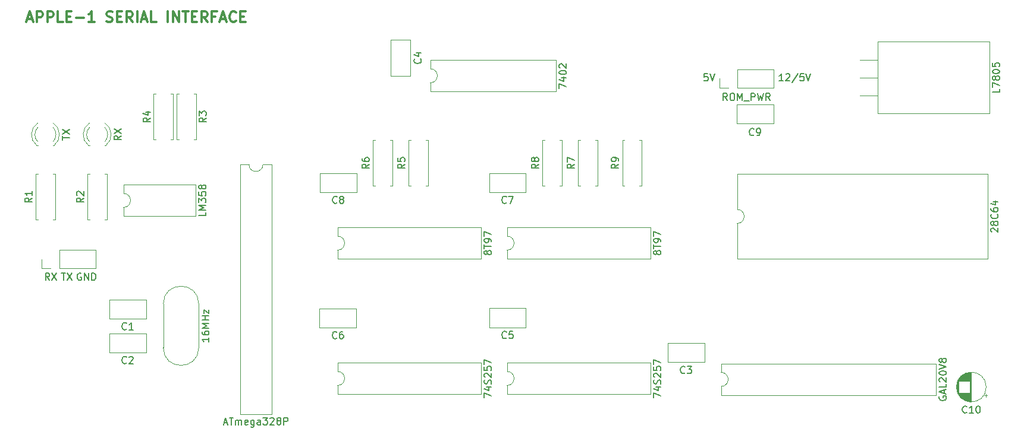
<source format=gto>
G04 #@! TF.GenerationSoftware,KiCad,Pcbnew,(5.1.5-0)*
G04 #@! TF.CreationDate,2021-03-10T11:48:28+01:00*
G04 #@! TF.ProjectId,Apple1Serial,4170706c-6531-4536-9572-69616c2e6b69,rev?*
G04 #@! TF.SameCoordinates,Original*
G04 #@! TF.FileFunction,Legend,Top*
G04 #@! TF.FilePolarity,Positive*
%FSLAX46Y46*%
G04 Gerber Fmt 4.6, Leading zero omitted, Abs format (unit mm)*
G04 Created by KiCad (PCBNEW (5.1.5-0)) date 2021-03-10 11:48:28*
%MOMM*%
%LPD*%
G04 APERTURE LIST*
%ADD10C,0.150000*%
%ADD11C,0.300000*%
%ADD12C,0.120000*%
G04 APERTURE END LIST*
D10*
X176942952Y-58110380D02*
X176371523Y-58110380D01*
X176657238Y-58110380D02*
X176657238Y-57110380D01*
X176562000Y-57253238D01*
X176466761Y-57348476D01*
X176371523Y-57396095D01*
X177323904Y-57205619D02*
X177371523Y-57158000D01*
X177466761Y-57110380D01*
X177704857Y-57110380D01*
X177800095Y-57158000D01*
X177847714Y-57205619D01*
X177895333Y-57300857D01*
X177895333Y-57396095D01*
X177847714Y-57538952D01*
X177276285Y-58110380D01*
X177895333Y-58110380D01*
X179038190Y-57062761D02*
X178181047Y-58348476D01*
X179847714Y-57110380D02*
X179371523Y-57110380D01*
X179323904Y-57586571D01*
X179371523Y-57538952D01*
X179466761Y-57491333D01*
X179704857Y-57491333D01*
X179800095Y-57538952D01*
X179847714Y-57586571D01*
X179895333Y-57681809D01*
X179895333Y-57919904D01*
X179847714Y-58015142D01*
X179800095Y-58062761D01*
X179704857Y-58110380D01*
X179466761Y-58110380D01*
X179371523Y-58062761D01*
X179323904Y-58015142D01*
X180181047Y-57110380D02*
X180514380Y-58110380D01*
X180847714Y-57110380D01*
X166179523Y-57110380D02*
X165703333Y-57110380D01*
X165655714Y-57586571D01*
X165703333Y-57538952D01*
X165798571Y-57491333D01*
X166036666Y-57491333D01*
X166131904Y-57538952D01*
X166179523Y-57586571D01*
X166227142Y-57681809D01*
X166227142Y-57919904D01*
X166179523Y-58015142D01*
X166131904Y-58062761D01*
X166036666Y-58110380D01*
X165798571Y-58110380D01*
X165703333Y-58062761D01*
X165655714Y-58015142D01*
X166512857Y-57110380D02*
X166846190Y-58110380D01*
X167179523Y-57110380D01*
X76962095Y-85606000D02*
X76866857Y-85558380D01*
X76724000Y-85558380D01*
X76581142Y-85606000D01*
X76485904Y-85701238D01*
X76438285Y-85796476D01*
X76390666Y-85986952D01*
X76390666Y-86129809D01*
X76438285Y-86320285D01*
X76485904Y-86415523D01*
X76581142Y-86510761D01*
X76724000Y-86558380D01*
X76819238Y-86558380D01*
X76962095Y-86510761D01*
X77009714Y-86463142D01*
X77009714Y-86129809D01*
X76819238Y-86129809D01*
X77438285Y-86558380D02*
X77438285Y-85558380D01*
X78009714Y-86558380D01*
X78009714Y-85558380D01*
X78485904Y-86558380D02*
X78485904Y-85558380D01*
X78724000Y-85558380D01*
X78866857Y-85606000D01*
X78962095Y-85701238D01*
X79009714Y-85796476D01*
X79057333Y-85986952D01*
X79057333Y-86129809D01*
X79009714Y-86320285D01*
X78962095Y-86415523D01*
X78866857Y-86510761D01*
X78724000Y-86558380D01*
X78485904Y-86558380D01*
X74168095Y-85558380D02*
X74739523Y-85558380D01*
X74453809Y-86558380D02*
X74453809Y-85558380D01*
X74977619Y-85558380D02*
X75644285Y-86558380D01*
X75644285Y-85558380D02*
X74977619Y-86558380D01*
X72477333Y-86558380D02*
X72144000Y-86082190D01*
X71905904Y-86558380D02*
X71905904Y-85558380D01*
X72286857Y-85558380D01*
X72382095Y-85606000D01*
X72429714Y-85653619D01*
X72477333Y-85748857D01*
X72477333Y-85891714D01*
X72429714Y-85986952D01*
X72382095Y-86034571D01*
X72286857Y-86082190D01*
X71905904Y-86082190D01*
X72810666Y-85558380D02*
X73477333Y-86558380D01*
X73477333Y-85558380D02*
X72810666Y-86558380D01*
D11*
X69300285Y-49304000D02*
X70014571Y-49304000D01*
X69157428Y-49732571D02*
X69657428Y-48232571D01*
X70157428Y-49732571D01*
X70657428Y-49732571D02*
X70657428Y-48232571D01*
X71228857Y-48232571D01*
X71371714Y-48304000D01*
X71443142Y-48375428D01*
X71514571Y-48518285D01*
X71514571Y-48732571D01*
X71443142Y-48875428D01*
X71371714Y-48946857D01*
X71228857Y-49018285D01*
X70657428Y-49018285D01*
X72157428Y-49732571D02*
X72157428Y-48232571D01*
X72728857Y-48232571D01*
X72871714Y-48304000D01*
X72943142Y-48375428D01*
X73014571Y-48518285D01*
X73014571Y-48732571D01*
X72943142Y-48875428D01*
X72871714Y-48946857D01*
X72728857Y-49018285D01*
X72157428Y-49018285D01*
X74371714Y-49732571D02*
X73657428Y-49732571D01*
X73657428Y-48232571D01*
X74871714Y-48946857D02*
X75371714Y-48946857D01*
X75586000Y-49732571D02*
X74871714Y-49732571D01*
X74871714Y-48232571D01*
X75586000Y-48232571D01*
X76228857Y-49161142D02*
X77371714Y-49161142D01*
X78871714Y-49732571D02*
X78014571Y-49732571D01*
X78443142Y-49732571D02*
X78443142Y-48232571D01*
X78300285Y-48446857D01*
X78157428Y-48589714D01*
X78014571Y-48661142D01*
X80586000Y-49661142D02*
X80800285Y-49732571D01*
X81157428Y-49732571D01*
X81300285Y-49661142D01*
X81371714Y-49589714D01*
X81443142Y-49446857D01*
X81443142Y-49304000D01*
X81371714Y-49161142D01*
X81300285Y-49089714D01*
X81157428Y-49018285D01*
X80871714Y-48946857D01*
X80728857Y-48875428D01*
X80657428Y-48804000D01*
X80586000Y-48661142D01*
X80586000Y-48518285D01*
X80657428Y-48375428D01*
X80728857Y-48304000D01*
X80871714Y-48232571D01*
X81228857Y-48232571D01*
X81443142Y-48304000D01*
X82086000Y-48946857D02*
X82586000Y-48946857D01*
X82800285Y-49732571D02*
X82086000Y-49732571D01*
X82086000Y-48232571D01*
X82800285Y-48232571D01*
X84300285Y-49732571D02*
X83800285Y-49018285D01*
X83443142Y-49732571D02*
X83443142Y-48232571D01*
X84014571Y-48232571D01*
X84157428Y-48304000D01*
X84228857Y-48375428D01*
X84300285Y-48518285D01*
X84300285Y-48732571D01*
X84228857Y-48875428D01*
X84157428Y-48946857D01*
X84014571Y-49018285D01*
X83443142Y-49018285D01*
X84943142Y-49732571D02*
X84943142Y-48232571D01*
X85586000Y-49304000D02*
X86300285Y-49304000D01*
X85443142Y-49732571D02*
X85943142Y-48232571D01*
X86443142Y-49732571D01*
X87657428Y-49732571D02*
X86943142Y-49732571D01*
X86943142Y-48232571D01*
X89300285Y-49732571D02*
X89300285Y-48232571D01*
X90014571Y-49732571D02*
X90014571Y-48232571D01*
X90871714Y-49732571D01*
X90871714Y-48232571D01*
X91371714Y-48232571D02*
X92228857Y-48232571D01*
X91800285Y-49732571D02*
X91800285Y-48232571D01*
X92728857Y-48946857D02*
X93228857Y-48946857D01*
X93443142Y-49732571D02*
X92728857Y-49732571D01*
X92728857Y-48232571D01*
X93443142Y-48232571D01*
X94943142Y-49732571D02*
X94443142Y-49018285D01*
X94086000Y-49732571D02*
X94086000Y-48232571D01*
X94657428Y-48232571D01*
X94800285Y-48304000D01*
X94871714Y-48375428D01*
X94943142Y-48518285D01*
X94943142Y-48732571D01*
X94871714Y-48875428D01*
X94800285Y-48946857D01*
X94657428Y-49018285D01*
X94086000Y-49018285D01*
X96086000Y-48946857D02*
X95586000Y-48946857D01*
X95586000Y-49732571D02*
X95586000Y-48232571D01*
X96300285Y-48232571D01*
X96800285Y-49304000D02*
X97514571Y-49304000D01*
X96657428Y-49732571D02*
X97157428Y-48232571D01*
X97657428Y-49732571D01*
X99014571Y-49589714D02*
X98943142Y-49661142D01*
X98728857Y-49732571D01*
X98586000Y-49732571D01*
X98371714Y-49661142D01*
X98228857Y-49518285D01*
X98157428Y-49375428D01*
X98086000Y-49089714D01*
X98086000Y-48875428D01*
X98157428Y-48589714D01*
X98228857Y-48446857D01*
X98371714Y-48304000D01*
X98586000Y-48232571D01*
X98728857Y-48232571D01*
X98943142Y-48304000D01*
X99014571Y-48375428D01*
X99657428Y-48946857D02*
X100157428Y-48946857D01*
X100371714Y-49732571D02*
X99657428Y-49732571D01*
X99657428Y-48232571D01*
X100371714Y-48232571D01*
D12*
X126686000Y-55154000D02*
X126686000Y-56404000D01*
X144586000Y-55154000D02*
X126686000Y-55154000D01*
X144586000Y-59654000D02*
X144586000Y-55154000D01*
X126686000Y-59654000D02*
X144586000Y-59654000D01*
X126686000Y-58404000D02*
X126686000Y-59654000D01*
X126686000Y-56404000D02*
G75*
G02X126686000Y-58404000I0J-1000000D01*
G01*
X82998000Y-72934000D02*
X82998000Y-74184000D01*
X93278000Y-72934000D02*
X82998000Y-72934000D01*
X93278000Y-77434000D02*
X93278000Y-72934000D01*
X82998000Y-77434000D02*
X93278000Y-77434000D01*
X82998000Y-76184000D02*
X82998000Y-77434000D01*
X82998000Y-74184000D02*
G75*
G02X82998000Y-76184000I0J-1000000D01*
G01*
X168088000Y-98461000D02*
X168088000Y-99711000D01*
X198688000Y-98461000D02*
X168088000Y-98461000D01*
X198688000Y-102961000D02*
X198688000Y-98461000D01*
X168088000Y-102961000D02*
X198688000Y-102961000D01*
X168088000Y-101711000D02*
X168088000Y-102961000D01*
X168088000Y-99711000D02*
G75*
G02X168088000Y-101711000I0J-1000000D01*
G01*
X104104000Y-70044000D02*
X102854000Y-70044000D01*
X104104000Y-105724000D02*
X104104000Y-70044000D01*
X99604000Y-105724000D02*
X104104000Y-105724000D01*
X99604000Y-70044000D02*
X99604000Y-105724000D01*
X100854000Y-70044000D02*
X99604000Y-70044000D01*
X102854000Y-70044000D02*
G75*
G02X100854000Y-70044000I-1000000J0D01*
G01*
X170374000Y-71410000D02*
X170374000Y-76470000D01*
X206054000Y-71410000D02*
X170374000Y-71410000D01*
X206054000Y-83530000D02*
X206054000Y-71410000D01*
X170374000Y-83530000D02*
X206054000Y-83530000D01*
X170374000Y-78470000D02*
X170374000Y-83530000D01*
X170374000Y-76470000D02*
G75*
G02X170374000Y-78470000I0J-1000000D01*
G01*
X113478000Y-79030000D02*
X113478000Y-80280000D01*
X133918000Y-79030000D02*
X113478000Y-79030000D01*
X133918000Y-83530000D02*
X133918000Y-79030000D01*
X113478000Y-83530000D02*
X133918000Y-83530000D01*
X113478000Y-82280000D02*
X113478000Y-83530000D01*
X113478000Y-80280000D02*
G75*
G02X113478000Y-82280000I0J-1000000D01*
G01*
X137608000Y-79030000D02*
X137608000Y-80280000D01*
X158048000Y-79030000D02*
X137608000Y-79030000D01*
X158048000Y-83530000D02*
X158048000Y-79030000D01*
X137608000Y-83530000D02*
X158048000Y-83530000D01*
X137608000Y-82280000D02*
X137608000Y-83530000D01*
X137608000Y-80280000D02*
G75*
G02X137608000Y-82280000I0J-1000000D01*
G01*
X113478000Y-98334000D02*
X113478000Y-99584000D01*
X133918000Y-98334000D02*
X113478000Y-98334000D01*
X133918000Y-102834000D02*
X133918000Y-98334000D01*
X113478000Y-102834000D02*
X133918000Y-102834000D01*
X113478000Y-101584000D02*
X113478000Y-102834000D01*
X113478000Y-99584000D02*
G75*
G02X113478000Y-101584000I0J-1000000D01*
G01*
X137608000Y-98334000D02*
X137608000Y-99584000D01*
X158048000Y-98334000D02*
X137608000Y-98334000D01*
X158048000Y-102834000D02*
X158048000Y-98334000D01*
X137608000Y-102834000D02*
X158048000Y-102834000D01*
X137608000Y-101584000D02*
X137608000Y-102834000D01*
X137608000Y-99584000D02*
G75*
G02X137608000Y-101584000I0J-1000000D01*
G01*
X135060380Y-93284980D02*
X135060380Y-90544980D01*
X140300380Y-93284980D02*
X140300380Y-90544980D01*
X140300380Y-90544980D02*
X135060380Y-90544980D01*
X140300380Y-93284980D02*
X135060380Y-93284980D01*
X156767200Y-66569840D02*
X156437200Y-66569840D01*
X156767200Y-73109840D02*
X156767200Y-66569840D01*
X156437200Y-73109840D02*
X156767200Y-73109840D01*
X154027200Y-66569840D02*
X154357200Y-66569840D01*
X154027200Y-73109840D02*
X154027200Y-66569840D01*
X154357200Y-73109840D02*
X154027200Y-73109840D01*
X205773481Y-103198200D02*
X205773481Y-102798200D01*
X205973481Y-102998200D02*
X205573481Y-102998200D01*
X201622680Y-102173200D02*
X201622680Y-101433200D01*
X201662680Y-102340200D02*
X201662680Y-101266200D01*
X201702680Y-102467200D02*
X201702680Y-101139200D01*
X201742680Y-102571200D02*
X201742680Y-101035200D01*
X201782680Y-102662200D02*
X201782680Y-100944200D01*
X201822680Y-102743200D02*
X201822680Y-100863200D01*
X201862680Y-102816200D02*
X201862680Y-100790200D01*
X201902680Y-100963200D02*
X201902680Y-100723200D01*
X201902680Y-102883200D02*
X201902680Y-102643200D01*
X201942680Y-100963200D02*
X201942680Y-100661200D01*
X201942680Y-102945200D02*
X201942680Y-102643200D01*
X201982680Y-100963200D02*
X201982680Y-100603200D01*
X201982680Y-103003200D02*
X201982680Y-102643200D01*
X202022680Y-100963200D02*
X202022680Y-100549200D01*
X202022680Y-103057200D02*
X202022680Y-102643200D01*
X202062680Y-100963200D02*
X202062680Y-100499200D01*
X202062680Y-103107200D02*
X202062680Y-102643200D01*
X202102680Y-100963200D02*
X202102680Y-100452200D01*
X202102680Y-103154200D02*
X202102680Y-102643200D01*
X202142680Y-100963200D02*
X202142680Y-100407200D01*
X202142680Y-103199200D02*
X202142680Y-102643200D01*
X202182680Y-100963200D02*
X202182680Y-100365200D01*
X202182680Y-103241200D02*
X202182680Y-102643200D01*
X202222680Y-100963200D02*
X202222680Y-100325200D01*
X202222680Y-103281200D02*
X202222680Y-102643200D01*
X202262680Y-100963200D02*
X202262680Y-100287200D01*
X202262680Y-103319200D02*
X202262680Y-102643200D01*
X202302680Y-100963200D02*
X202302680Y-100251200D01*
X202302680Y-103355200D02*
X202302680Y-102643200D01*
X202342680Y-100963200D02*
X202342680Y-100216200D01*
X202342680Y-103390200D02*
X202342680Y-102643200D01*
X202382680Y-100963200D02*
X202382680Y-100184200D01*
X202382680Y-103422200D02*
X202382680Y-102643200D01*
X202422680Y-100963200D02*
X202422680Y-100153200D01*
X202422680Y-103453200D02*
X202422680Y-102643200D01*
X202462680Y-100963200D02*
X202462680Y-100123200D01*
X202462680Y-103483200D02*
X202462680Y-102643200D01*
X202502680Y-100963200D02*
X202502680Y-100095200D01*
X202502680Y-103511200D02*
X202502680Y-102643200D01*
X202542680Y-100963200D02*
X202542680Y-100068200D01*
X202542680Y-103538200D02*
X202542680Y-102643200D01*
X202582680Y-100963200D02*
X202582680Y-100043200D01*
X202582680Y-103563200D02*
X202582680Y-102643200D01*
X202622680Y-100963200D02*
X202622680Y-100018200D01*
X202622680Y-103588200D02*
X202622680Y-102643200D01*
X202662680Y-100963200D02*
X202662680Y-99995200D01*
X202662680Y-103611200D02*
X202662680Y-102643200D01*
X202702680Y-100963200D02*
X202702680Y-99973200D01*
X202702680Y-103633200D02*
X202702680Y-102643200D01*
X202742680Y-100963200D02*
X202742680Y-99952200D01*
X202742680Y-103654200D02*
X202742680Y-102643200D01*
X202782680Y-100963200D02*
X202782680Y-99933200D01*
X202782680Y-103673200D02*
X202782680Y-102643200D01*
X202822680Y-100963200D02*
X202822680Y-99914200D01*
X202822680Y-103692200D02*
X202822680Y-102643200D01*
X202862680Y-100963200D02*
X202862680Y-99896200D01*
X202862680Y-103710200D02*
X202862680Y-102643200D01*
X202902680Y-100963200D02*
X202902680Y-99879200D01*
X202902680Y-103727200D02*
X202902680Y-102643200D01*
X202942680Y-100963200D02*
X202942680Y-99863200D01*
X202942680Y-103743200D02*
X202942680Y-102643200D01*
X202982680Y-100963200D02*
X202982680Y-99849200D01*
X202982680Y-103757200D02*
X202982680Y-102643200D01*
X203023680Y-100963200D02*
X203023680Y-99835200D01*
X203023680Y-103771200D02*
X203023680Y-102643200D01*
X203063680Y-100963200D02*
X203063680Y-99821200D01*
X203063680Y-103785200D02*
X203063680Y-102643200D01*
X203103680Y-100963200D02*
X203103680Y-99809200D01*
X203103680Y-103797200D02*
X203103680Y-102643200D01*
X203143680Y-100963200D02*
X203143680Y-99798200D01*
X203143680Y-103808200D02*
X203143680Y-102643200D01*
X203183680Y-100963200D02*
X203183680Y-99787200D01*
X203183680Y-103819200D02*
X203183680Y-102643200D01*
X203223680Y-100963200D02*
X203223680Y-99778200D01*
X203223680Y-103828200D02*
X203223680Y-102643200D01*
X203263680Y-100963200D02*
X203263680Y-99769200D01*
X203263680Y-103837200D02*
X203263680Y-102643200D01*
X203303680Y-100963200D02*
X203303680Y-99761200D01*
X203303680Y-103845200D02*
X203303680Y-102643200D01*
X203343680Y-100963200D02*
X203343680Y-99753200D01*
X203343680Y-103853200D02*
X203343680Y-102643200D01*
X203383680Y-100963200D02*
X203383680Y-99747200D01*
X203383680Y-103859200D02*
X203383680Y-102643200D01*
X203423680Y-100963200D02*
X203423680Y-99741200D01*
X203423680Y-103865200D02*
X203423680Y-102643200D01*
X203463680Y-100963200D02*
X203463680Y-99736200D01*
X203463680Y-103870200D02*
X203463680Y-102643200D01*
X203503680Y-100963200D02*
X203503680Y-99732200D01*
X203503680Y-103874200D02*
X203503680Y-102643200D01*
X203543680Y-103877200D02*
X203543680Y-99729200D01*
X203583680Y-103880200D02*
X203583680Y-99726200D01*
X203623680Y-103882200D02*
X203623680Y-99724200D01*
X203663680Y-103883200D02*
X203663680Y-99723200D01*
X203703680Y-103883200D02*
X203703680Y-99723200D01*
X205823680Y-101803200D02*
G75*
G03X205823680Y-101803200I-2120000J0D01*
G01*
X175579080Y-61500080D02*
X175579080Y-64240080D01*
X170339080Y-61500080D02*
X170339080Y-64240080D01*
X170339080Y-64240080D02*
X175579080Y-64240080D01*
X170339080Y-61500080D02*
X175579080Y-61500080D01*
X80966000Y-96874000D02*
X80966000Y-94134000D01*
X86206000Y-96874000D02*
X86206000Y-94134000D01*
X86206000Y-94134000D02*
X80966000Y-94134000D01*
X86206000Y-96874000D02*
X80966000Y-96874000D01*
X80966000Y-92048000D02*
X80966000Y-89308000D01*
X86206000Y-92048000D02*
X86206000Y-89308000D01*
X86206000Y-89308000D02*
X80966000Y-89308000D01*
X86206000Y-92048000D02*
X80966000Y-92048000D01*
X160468000Y-98271000D02*
X160468000Y-95531000D01*
X165708000Y-98271000D02*
X165708000Y-95531000D01*
X165708000Y-95531000D02*
X160468000Y-95531000D01*
X165708000Y-98271000D02*
X160468000Y-98271000D01*
X123798000Y-57464000D02*
X121058000Y-57464000D01*
X123798000Y-52224000D02*
X121058000Y-52224000D01*
X121058000Y-52224000D02*
X121058000Y-57464000D01*
X123798000Y-52224000D02*
X123798000Y-57464000D01*
X110910060Y-93315460D02*
X110910060Y-90575460D01*
X116150060Y-93315460D02*
X116150060Y-90575460D01*
X116150060Y-90575460D02*
X110910060Y-90575460D01*
X116150060Y-93315460D02*
X110910060Y-93315460D01*
X135057840Y-74011460D02*
X135057840Y-71271460D01*
X140297840Y-74011460D02*
X140297840Y-71271460D01*
X140297840Y-71271460D02*
X135057840Y-71271460D01*
X140297840Y-74011460D02*
X135057840Y-74011460D01*
X110943080Y-74014000D02*
X110943080Y-71274000D01*
X116183080Y-74014000D02*
X116183080Y-71274000D01*
X116183080Y-71274000D02*
X110943080Y-71274000D01*
X116183080Y-74014000D02*
X110943080Y-74014000D01*
X190380000Y-60198000D02*
X187840000Y-60198000D01*
X190380000Y-57658000D02*
X187840000Y-57658000D01*
X190380000Y-55118000D02*
X187840000Y-55118000D01*
X206270000Y-62778000D02*
X190380000Y-62778000D01*
X206270000Y-52538000D02*
X190380000Y-52538000D01*
X206270000Y-52538000D02*
X206270000Y-62778000D01*
X190380000Y-52538000D02*
X190380000Y-62778000D01*
X73252000Y-71406000D02*
X72922000Y-71406000D01*
X73252000Y-77946000D02*
X73252000Y-71406000D01*
X72922000Y-77946000D02*
X73252000Y-77946000D01*
X70512000Y-71406000D02*
X70842000Y-71406000D01*
X70512000Y-77946000D02*
X70512000Y-71406000D01*
X70842000Y-77946000D02*
X70512000Y-77946000D01*
X80618000Y-71406000D02*
X80288000Y-71406000D01*
X80618000Y-77946000D02*
X80618000Y-71406000D01*
X80288000Y-77946000D02*
X80618000Y-77946000D01*
X77878000Y-71406000D02*
X78208000Y-71406000D01*
X77878000Y-77946000D02*
X77878000Y-71406000D01*
X78208000Y-77946000D02*
X77878000Y-77946000D01*
X90578000Y-66516000D02*
X90908000Y-66516000D01*
X90578000Y-59976000D02*
X90578000Y-66516000D01*
X90908000Y-59976000D02*
X90578000Y-59976000D01*
X93318000Y-66516000D02*
X92988000Y-66516000D01*
X93318000Y-59976000D02*
X93318000Y-66516000D01*
X92988000Y-59976000D02*
X93318000Y-59976000D01*
X87276000Y-66516000D02*
X87606000Y-66516000D01*
X87276000Y-59976000D02*
X87276000Y-66516000D01*
X87606000Y-59976000D02*
X87276000Y-59976000D01*
X90016000Y-66516000D02*
X89686000Y-66516000D01*
X90016000Y-59976000D02*
X90016000Y-66516000D01*
X89686000Y-59976000D02*
X90016000Y-59976000D01*
X126338000Y-66580000D02*
X126008000Y-66580000D01*
X126338000Y-73120000D02*
X126338000Y-66580000D01*
X126008000Y-73120000D02*
X126338000Y-73120000D01*
X123598000Y-66580000D02*
X123928000Y-66580000D01*
X123598000Y-73120000D02*
X123598000Y-66580000D01*
X123928000Y-73120000D02*
X123598000Y-73120000D01*
X121258000Y-66580000D02*
X120928000Y-66580000D01*
X121258000Y-73120000D02*
X121258000Y-66580000D01*
X120928000Y-73120000D02*
X121258000Y-73120000D01*
X118518000Y-66580000D02*
X118848000Y-66580000D01*
X118518000Y-73120000D02*
X118518000Y-66580000D01*
X118848000Y-73120000D02*
X118518000Y-73120000D01*
X150468000Y-66580000D02*
X150138000Y-66580000D01*
X150468000Y-73120000D02*
X150468000Y-66580000D01*
X150138000Y-73120000D02*
X150468000Y-73120000D01*
X147728000Y-66580000D02*
X148058000Y-66580000D01*
X147728000Y-73120000D02*
X147728000Y-66580000D01*
X148058000Y-73120000D02*
X147728000Y-73120000D01*
X145388000Y-66580000D02*
X145058000Y-66580000D01*
X145388000Y-73120000D02*
X145388000Y-66580000D01*
X145058000Y-73120000D02*
X145388000Y-73120000D01*
X142648000Y-66580000D02*
X142978000Y-66580000D01*
X142648000Y-73120000D02*
X142648000Y-66580000D01*
X142978000Y-73120000D02*
X142648000Y-73120000D01*
X167834000Y-59115000D02*
X167834000Y-57785000D01*
X169164000Y-59115000D02*
X167834000Y-59115000D01*
X170434000Y-59115000D02*
X170434000Y-56455000D01*
X170434000Y-56455000D02*
X175574000Y-56455000D01*
X170434000Y-59115000D02*
X175574000Y-59115000D01*
X175574000Y-59115000D02*
X175574000Y-56455000D01*
X72962000Y-67346000D02*
X73118000Y-67346000D01*
X70646000Y-67346000D02*
X70802000Y-67346000D01*
X72961837Y-64744870D02*
G75*
G02X72962000Y-66826961I-1079837J-1041130D01*
G01*
X70802163Y-64744870D02*
G75*
G03X70802000Y-66826961I1079837J-1041130D01*
G01*
X72960608Y-64113665D02*
G75*
G02X73117516Y-67346000I-1078608J-1672335D01*
G01*
X70803392Y-64113665D02*
G75*
G03X70646484Y-67346000I1078608J-1672335D01*
G01*
X71314000Y-84896000D02*
X71314000Y-83566000D01*
X72644000Y-84896000D02*
X71314000Y-84896000D01*
X73914000Y-84896000D02*
X73914000Y-82236000D01*
X73914000Y-82236000D02*
X79054000Y-82236000D01*
X73914000Y-84896000D02*
X79054000Y-84896000D01*
X79054000Y-84896000D02*
X79054000Y-82236000D01*
X80328000Y-67346000D02*
X80484000Y-67346000D01*
X78012000Y-67346000D02*
X78168000Y-67346000D01*
X80327837Y-64744870D02*
G75*
G02X80328000Y-66826961I-1079837J-1041130D01*
G01*
X78168163Y-64744870D02*
G75*
G03X78168000Y-66826961I1079837J-1041130D01*
G01*
X80326608Y-64113665D02*
G75*
G02X80483516Y-67346000I-1078608J-1672335D01*
G01*
X78169392Y-64113665D02*
G75*
G03X78012484Y-67346000I1078608J-1672335D01*
G01*
X93711000Y-89939000D02*
G75*
G03X88661000Y-89939000I-2525000J0D01*
G01*
X93711000Y-96189000D02*
G75*
G02X88661000Y-96189000I-2525000J0D01*
G01*
X93711000Y-96189000D02*
X93711000Y-89939000D01*
X88661000Y-96189000D02*
X88661000Y-89939000D01*
D10*
X145038380Y-59165904D02*
X145038380Y-58499238D01*
X146038380Y-58927809D01*
X145371714Y-57689714D02*
X146038380Y-57689714D01*
X144990761Y-57927809D02*
X145705047Y-58165904D01*
X145705047Y-57546857D01*
X145038380Y-56975428D02*
X145038380Y-56880190D01*
X145086000Y-56784952D01*
X145133619Y-56737333D01*
X145228857Y-56689714D01*
X145419333Y-56642095D01*
X145657428Y-56642095D01*
X145847904Y-56689714D01*
X145943142Y-56737333D01*
X145990761Y-56784952D01*
X146038380Y-56880190D01*
X146038380Y-56975428D01*
X145990761Y-57070666D01*
X145943142Y-57118285D01*
X145847904Y-57165904D01*
X145657428Y-57213523D01*
X145419333Y-57213523D01*
X145228857Y-57165904D01*
X145133619Y-57118285D01*
X145086000Y-57070666D01*
X145038380Y-56975428D01*
X145133619Y-56261142D02*
X145086000Y-56213523D01*
X145038380Y-56118285D01*
X145038380Y-55880190D01*
X145086000Y-55784952D01*
X145133619Y-55737333D01*
X145228857Y-55689714D01*
X145324095Y-55689714D01*
X145466952Y-55737333D01*
X146038380Y-56308761D01*
X146038380Y-55689714D01*
X94730380Y-76874476D02*
X94730380Y-77350666D01*
X93730380Y-77350666D01*
X94730380Y-76541142D02*
X93730380Y-76541142D01*
X94444666Y-76207809D01*
X93730380Y-75874476D01*
X94730380Y-75874476D01*
X93730380Y-75493523D02*
X93730380Y-74874476D01*
X94111333Y-75207809D01*
X94111333Y-75064952D01*
X94158952Y-74969714D01*
X94206571Y-74922095D01*
X94301809Y-74874476D01*
X94539904Y-74874476D01*
X94635142Y-74922095D01*
X94682761Y-74969714D01*
X94730380Y-75064952D01*
X94730380Y-75350666D01*
X94682761Y-75445904D01*
X94635142Y-75493523D01*
X93730380Y-73969714D02*
X93730380Y-74445904D01*
X94206571Y-74493523D01*
X94158952Y-74445904D01*
X94111333Y-74350666D01*
X94111333Y-74112571D01*
X94158952Y-74017333D01*
X94206571Y-73969714D01*
X94301809Y-73922095D01*
X94539904Y-73922095D01*
X94635142Y-73969714D01*
X94682761Y-74017333D01*
X94730380Y-74112571D01*
X94730380Y-74350666D01*
X94682761Y-74445904D01*
X94635142Y-74493523D01*
X94158952Y-73350666D02*
X94111333Y-73445904D01*
X94063714Y-73493523D01*
X93968476Y-73541142D01*
X93920857Y-73541142D01*
X93825619Y-73493523D01*
X93778000Y-73445904D01*
X93730380Y-73350666D01*
X93730380Y-73160190D01*
X93778000Y-73064952D01*
X93825619Y-73017333D01*
X93920857Y-72969714D01*
X93968476Y-72969714D01*
X94063714Y-73017333D01*
X94111333Y-73064952D01*
X94158952Y-73160190D01*
X94158952Y-73350666D01*
X94206571Y-73445904D01*
X94254190Y-73493523D01*
X94349428Y-73541142D01*
X94539904Y-73541142D01*
X94635142Y-73493523D01*
X94682761Y-73445904D01*
X94730380Y-73350666D01*
X94730380Y-73160190D01*
X94682761Y-73064952D01*
X94635142Y-73017333D01*
X94539904Y-72969714D01*
X94349428Y-72969714D01*
X94254190Y-73017333D01*
X94206571Y-73064952D01*
X94158952Y-73160190D01*
X199188000Y-103139571D02*
X199140380Y-103234809D01*
X199140380Y-103377666D01*
X199188000Y-103520523D01*
X199283238Y-103615761D01*
X199378476Y-103663380D01*
X199568952Y-103711000D01*
X199711809Y-103711000D01*
X199902285Y-103663380D01*
X199997523Y-103615761D01*
X200092761Y-103520523D01*
X200140380Y-103377666D01*
X200140380Y-103282428D01*
X200092761Y-103139571D01*
X200045142Y-103091952D01*
X199711809Y-103091952D01*
X199711809Y-103282428D01*
X199854666Y-102711000D02*
X199854666Y-102234809D01*
X200140380Y-102806238D02*
X199140380Y-102472904D01*
X200140380Y-102139571D01*
X200140380Y-101330047D02*
X200140380Y-101806238D01*
X199140380Y-101806238D01*
X199235619Y-101044333D02*
X199188000Y-100996714D01*
X199140380Y-100901476D01*
X199140380Y-100663380D01*
X199188000Y-100568142D01*
X199235619Y-100520523D01*
X199330857Y-100472904D01*
X199426095Y-100472904D01*
X199568952Y-100520523D01*
X200140380Y-101091952D01*
X200140380Y-100472904D01*
X199140380Y-99853857D02*
X199140380Y-99758619D01*
X199188000Y-99663380D01*
X199235619Y-99615761D01*
X199330857Y-99568142D01*
X199521333Y-99520523D01*
X199759428Y-99520523D01*
X199949904Y-99568142D01*
X200045142Y-99615761D01*
X200092761Y-99663380D01*
X200140380Y-99758619D01*
X200140380Y-99853857D01*
X200092761Y-99949095D01*
X200045142Y-99996714D01*
X199949904Y-100044333D01*
X199759428Y-100091952D01*
X199521333Y-100091952D01*
X199330857Y-100044333D01*
X199235619Y-99996714D01*
X199188000Y-99949095D01*
X199140380Y-99853857D01*
X199140380Y-99234809D02*
X200140380Y-98901476D01*
X199140380Y-98568142D01*
X199568952Y-98091952D02*
X199521333Y-98187190D01*
X199473714Y-98234809D01*
X199378476Y-98282428D01*
X199330857Y-98282428D01*
X199235619Y-98234809D01*
X199188000Y-98187190D01*
X199140380Y-98091952D01*
X199140380Y-97901476D01*
X199188000Y-97806238D01*
X199235619Y-97758619D01*
X199330857Y-97711000D01*
X199378476Y-97711000D01*
X199473714Y-97758619D01*
X199521333Y-97806238D01*
X199568952Y-97901476D01*
X199568952Y-98091952D01*
X199616571Y-98187190D01*
X199664190Y-98234809D01*
X199759428Y-98282428D01*
X199949904Y-98282428D01*
X200045142Y-98234809D01*
X200092761Y-98187190D01*
X200140380Y-98091952D01*
X200140380Y-97901476D01*
X200092761Y-97806238D01*
X200045142Y-97758619D01*
X199949904Y-97711000D01*
X199759428Y-97711000D01*
X199664190Y-97758619D01*
X199616571Y-97806238D01*
X199568952Y-97901476D01*
X97306380Y-106890666D02*
X97782571Y-106890666D01*
X97211142Y-107176380D02*
X97544476Y-106176380D01*
X97877809Y-107176380D01*
X98068285Y-106176380D02*
X98639714Y-106176380D01*
X98354000Y-107176380D02*
X98354000Y-106176380D01*
X98973047Y-107176380D02*
X98973047Y-106509714D01*
X98973047Y-106604952D02*
X99020666Y-106557333D01*
X99115904Y-106509714D01*
X99258761Y-106509714D01*
X99354000Y-106557333D01*
X99401619Y-106652571D01*
X99401619Y-107176380D01*
X99401619Y-106652571D02*
X99449238Y-106557333D01*
X99544476Y-106509714D01*
X99687333Y-106509714D01*
X99782571Y-106557333D01*
X99830190Y-106652571D01*
X99830190Y-107176380D01*
X100687333Y-107128761D02*
X100592095Y-107176380D01*
X100401619Y-107176380D01*
X100306380Y-107128761D01*
X100258761Y-107033523D01*
X100258761Y-106652571D01*
X100306380Y-106557333D01*
X100401619Y-106509714D01*
X100592095Y-106509714D01*
X100687333Y-106557333D01*
X100734952Y-106652571D01*
X100734952Y-106747809D01*
X100258761Y-106843047D01*
X101592095Y-106509714D02*
X101592095Y-107319238D01*
X101544476Y-107414476D01*
X101496857Y-107462095D01*
X101401619Y-107509714D01*
X101258761Y-107509714D01*
X101163523Y-107462095D01*
X101592095Y-107128761D02*
X101496857Y-107176380D01*
X101306380Y-107176380D01*
X101211142Y-107128761D01*
X101163523Y-107081142D01*
X101115904Y-106985904D01*
X101115904Y-106700190D01*
X101163523Y-106604952D01*
X101211142Y-106557333D01*
X101306380Y-106509714D01*
X101496857Y-106509714D01*
X101592095Y-106557333D01*
X102496857Y-107176380D02*
X102496857Y-106652571D01*
X102449238Y-106557333D01*
X102354000Y-106509714D01*
X102163523Y-106509714D01*
X102068285Y-106557333D01*
X102496857Y-107128761D02*
X102401619Y-107176380D01*
X102163523Y-107176380D01*
X102068285Y-107128761D01*
X102020666Y-107033523D01*
X102020666Y-106938285D01*
X102068285Y-106843047D01*
X102163523Y-106795428D01*
X102401619Y-106795428D01*
X102496857Y-106747809D01*
X102877809Y-106176380D02*
X103496857Y-106176380D01*
X103163523Y-106557333D01*
X103306380Y-106557333D01*
X103401619Y-106604952D01*
X103449238Y-106652571D01*
X103496857Y-106747809D01*
X103496857Y-106985904D01*
X103449238Y-107081142D01*
X103401619Y-107128761D01*
X103306380Y-107176380D01*
X103020666Y-107176380D01*
X102925428Y-107128761D01*
X102877809Y-107081142D01*
X103877809Y-106271619D02*
X103925428Y-106224000D01*
X104020666Y-106176380D01*
X104258761Y-106176380D01*
X104354000Y-106224000D01*
X104401619Y-106271619D01*
X104449238Y-106366857D01*
X104449238Y-106462095D01*
X104401619Y-106604952D01*
X103830190Y-107176380D01*
X104449238Y-107176380D01*
X105020666Y-106604952D02*
X104925428Y-106557333D01*
X104877809Y-106509714D01*
X104830190Y-106414476D01*
X104830190Y-106366857D01*
X104877809Y-106271619D01*
X104925428Y-106224000D01*
X105020666Y-106176380D01*
X105211142Y-106176380D01*
X105306380Y-106224000D01*
X105354000Y-106271619D01*
X105401619Y-106366857D01*
X105401619Y-106414476D01*
X105354000Y-106509714D01*
X105306380Y-106557333D01*
X105211142Y-106604952D01*
X105020666Y-106604952D01*
X104925428Y-106652571D01*
X104877809Y-106700190D01*
X104830190Y-106795428D01*
X104830190Y-106985904D01*
X104877809Y-107081142D01*
X104925428Y-107128761D01*
X105020666Y-107176380D01*
X105211142Y-107176380D01*
X105306380Y-107128761D01*
X105354000Y-107081142D01*
X105401619Y-106985904D01*
X105401619Y-106795428D01*
X105354000Y-106700190D01*
X105306380Y-106652571D01*
X105211142Y-106604952D01*
X105830190Y-107176380D02*
X105830190Y-106176380D01*
X106211142Y-106176380D01*
X106306380Y-106224000D01*
X106354000Y-106271619D01*
X106401619Y-106366857D01*
X106401619Y-106509714D01*
X106354000Y-106604952D01*
X106306380Y-106652571D01*
X106211142Y-106700190D01*
X105830190Y-106700190D01*
X206601619Y-79684285D02*
X206554000Y-79636666D01*
X206506380Y-79541428D01*
X206506380Y-79303333D01*
X206554000Y-79208095D01*
X206601619Y-79160476D01*
X206696857Y-79112857D01*
X206792095Y-79112857D01*
X206934952Y-79160476D01*
X207506380Y-79731904D01*
X207506380Y-79112857D01*
X206934952Y-78541428D02*
X206887333Y-78636666D01*
X206839714Y-78684285D01*
X206744476Y-78731904D01*
X206696857Y-78731904D01*
X206601619Y-78684285D01*
X206554000Y-78636666D01*
X206506380Y-78541428D01*
X206506380Y-78350952D01*
X206554000Y-78255714D01*
X206601619Y-78208095D01*
X206696857Y-78160476D01*
X206744476Y-78160476D01*
X206839714Y-78208095D01*
X206887333Y-78255714D01*
X206934952Y-78350952D01*
X206934952Y-78541428D01*
X206982571Y-78636666D01*
X207030190Y-78684285D01*
X207125428Y-78731904D01*
X207315904Y-78731904D01*
X207411142Y-78684285D01*
X207458761Y-78636666D01*
X207506380Y-78541428D01*
X207506380Y-78350952D01*
X207458761Y-78255714D01*
X207411142Y-78208095D01*
X207315904Y-78160476D01*
X207125428Y-78160476D01*
X207030190Y-78208095D01*
X206982571Y-78255714D01*
X206934952Y-78350952D01*
X207411142Y-77160476D02*
X207458761Y-77208095D01*
X207506380Y-77350952D01*
X207506380Y-77446190D01*
X207458761Y-77589047D01*
X207363523Y-77684285D01*
X207268285Y-77731904D01*
X207077809Y-77779523D01*
X206934952Y-77779523D01*
X206744476Y-77731904D01*
X206649238Y-77684285D01*
X206554000Y-77589047D01*
X206506380Y-77446190D01*
X206506380Y-77350952D01*
X206554000Y-77208095D01*
X206601619Y-77160476D01*
X206506380Y-76303333D02*
X206506380Y-76493809D01*
X206554000Y-76589047D01*
X206601619Y-76636666D01*
X206744476Y-76731904D01*
X206934952Y-76779523D01*
X207315904Y-76779523D01*
X207411142Y-76731904D01*
X207458761Y-76684285D01*
X207506380Y-76589047D01*
X207506380Y-76398571D01*
X207458761Y-76303333D01*
X207411142Y-76255714D01*
X207315904Y-76208095D01*
X207077809Y-76208095D01*
X206982571Y-76255714D01*
X206934952Y-76303333D01*
X206887333Y-76398571D01*
X206887333Y-76589047D01*
X206934952Y-76684285D01*
X206982571Y-76731904D01*
X207077809Y-76779523D01*
X206839714Y-75350952D02*
X207506380Y-75350952D01*
X206458761Y-75589047D02*
X207173047Y-75827142D01*
X207173047Y-75208095D01*
X134798952Y-82708571D02*
X134751333Y-82803809D01*
X134703714Y-82851428D01*
X134608476Y-82899047D01*
X134560857Y-82899047D01*
X134465619Y-82851428D01*
X134418000Y-82803809D01*
X134370380Y-82708571D01*
X134370380Y-82518095D01*
X134418000Y-82422857D01*
X134465619Y-82375238D01*
X134560857Y-82327619D01*
X134608476Y-82327619D01*
X134703714Y-82375238D01*
X134751333Y-82422857D01*
X134798952Y-82518095D01*
X134798952Y-82708571D01*
X134846571Y-82803809D01*
X134894190Y-82851428D01*
X134989428Y-82899047D01*
X135179904Y-82899047D01*
X135275142Y-82851428D01*
X135322761Y-82803809D01*
X135370380Y-82708571D01*
X135370380Y-82518095D01*
X135322761Y-82422857D01*
X135275142Y-82375238D01*
X135179904Y-82327619D01*
X134989428Y-82327619D01*
X134894190Y-82375238D01*
X134846571Y-82422857D01*
X134798952Y-82518095D01*
X134370380Y-82041904D02*
X134370380Y-81470476D01*
X135370380Y-81756190D02*
X134370380Y-81756190D01*
X135370380Y-81089523D02*
X135370380Y-80899047D01*
X135322761Y-80803809D01*
X135275142Y-80756190D01*
X135132285Y-80660952D01*
X134941809Y-80613333D01*
X134560857Y-80613333D01*
X134465619Y-80660952D01*
X134418000Y-80708571D01*
X134370380Y-80803809D01*
X134370380Y-80994285D01*
X134418000Y-81089523D01*
X134465619Y-81137142D01*
X134560857Y-81184761D01*
X134798952Y-81184761D01*
X134894190Y-81137142D01*
X134941809Y-81089523D01*
X134989428Y-80994285D01*
X134989428Y-80803809D01*
X134941809Y-80708571D01*
X134894190Y-80660952D01*
X134798952Y-80613333D01*
X134370380Y-80280000D02*
X134370380Y-79613333D01*
X135370380Y-80041904D01*
X158928952Y-82708571D02*
X158881333Y-82803809D01*
X158833714Y-82851428D01*
X158738476Y-82899047D01*
X158690857Y-82899047D01*
X158595619Y-82851428D01*
X158548000Y-82803809D01*
X158500380Y-82708571D01*
X158500380Y-82518095D01*
X158548000Y-82422857D01*
X158595619Y-82375238D01*
X158690857Y-82327619D01*
X158738476Y-82327619D01*
X158833714Y-82375238D01*
X158881333Y-82422857D01*
X158928952Y-82518095D01*
X158928952Y-82708571D01*
X158976571Y-82803809D01*
X159024190Y-82851428D01*
X159119428Y-82899047D01*
X159309904Y-82899047D01*
X159405142Y-82851428D01*
X159452761Y-82803809D01*
X159500380Y-82708571D01*
X159500380Y-82518095D01*
X159452761Y-82422857D01*
X159405142Y-82375238D01*
X159309904Y-82327619D01*
X159119428Y-82327619D01*
X159024190Y-82375238D01*
X158976571Y-82422857D01*
X158928952Y-82518095D01*
X158500380Y-82041904D02*
X158500380Y-81470476D01*
X159500380Y-81756190D02*
X158500380Y-81756190D01*
X159500380Y-81089523D02*
X159500380Y-80899047D01*
X159452761Y-80803809D01*
X159405142Y-80756190D01*
X159262285Y-80660952D01*
X159071809Y-80613333D01*
X158690857Y-80613333D01*
X158595619Y-80660952D01*
X158548000Y-80708571D01*
X158500380Y-80803809D01*
X158500380Y-80994285D01*
X158548000Y-81089523D01*
X158595619Y-81137142D01*
X158690857Y-81184761D01*
X158928952Y-81184761D01*
X159024190Y-81137142D01*
X159071809Y-81089523D01*
X159119428Y-80994285D01*
X159119428Y-80803809D01*
X159071809Y-80708571D01*
X159024190Y-80660952D01*
X158928952Y-80613333D01*
X158500380Y-80280000D02*
X158500380Y-79613333D01*
X159500380Y-80041904D01*
X134370380Y-103298285D02*
X134370380Y-102631619D01*
X135370380Y-103060190D01*
X134703714Y-101822095D02*
X135370380Y-101822095D01*
X134322761Y-102060190D02*
X135037047Y-102298285D01*
X135037047Y-101679238D01*
X135322761Y-101345904D02*
X135370380Y-101203047D01*
X135370380Y-100964952D01*
X135322761Y-100869714D01*
X135275142Y-100822095D01*
X135179904Y-100774476D01*
X135084666Y-100774476D01*
X134989428Y-100822095D01*
X134941809Y-100869714D01*
X134894190Y-100964952D01*
X134846571Y-101155428D01*
X134798952Y-101250666D01*
X134751333Y-101298285D01*
X134656095Y-101345904D01*
X134560857Y-101345904D01*
X134465619Y-101298285D01*
X134418000Y-101250666D01*
X134370380Y-101155428D01*
X134370380Y-100917333D01*
X134418000Y-100774476D01*
X134465619Y-100393523D02*
X134418000Y-100345904D01*
X134370380Y-100250666D01*
X134370380Y-100012571D01*
X134418000Y-99917333D01*
X134465619Y-99869714D01*
X134560857Y-99822095D01*
X134656095Y-99822095D01*
X134798952Y-99869714D01*
X135370380Y-100441142D01*
X135370380Y-99822095D01*
X134370380Y-98917333D02*
X134370380Y-99393523D01*
X134846571Y-99441142D01*
X134798952Y-99393523D01*
X134751333Y-99298285D01*
X134751333Y-99060190D01*
X134798952Y-98964952D01*
X134846571Y-98917333D01*
X134941809Y-98869714D01*
X135179904Y-98869714D01*
X135275142Y-98917333D01*
X135322761Y-98964952D01*
X135370380Y-99060190D01*
X135370380Y-99298285D01*
X135322761Y-99393523D01*
X135275142Y-99441142D01*
X134370380Y-98536380D02*
X134370380Y-97869714D01*
X135370380Y-98298285D01*
X158500380Y-103298285D02*
X158500380Y-102631619D01*
X159500380Y-103060190D01*
X158833714Y-101822095D02*
X159500380Y-101822095D01*
X158452761Y-102060190D02*
X159167047Y-102298285D01*
X159167047Y-101679238D01*
X159452761Y-101345904D02*
X159500380Y-101203047D01*
X159500380Y-100964952D01*
X159452761Y-100869714D01*
X159405142Y-100822095D01*
X159309904Y-100774476D01*
X159214666Y-100774476D01*
X159119428Y-100822095D01*
X159071809Y-100869714D01*
X159024190Y-100964952D01*
X158976571Y-101155428D01*
X158928952Y-101250666D01*
X158881333Y-101298285D01*
X158786095Y-101345904D01*
X158690857Y-101345904D01*
X158595619Y-101298285D01*
X158548000Y-101250666D01*
X158500380Y-101155428D01*
X158500380Y-100917333D01*
X158548000Y-100774476D01*
X158595619Y-100393523D02*
X158548000Y-100345904D01*
X158500380Y-100250666D01*
X158500380Y-100012571D01*
X158548000Y-99917333D01*
X158595619Y-99869714D01*
X158690857Y-99822095D01*
X158786095Y-99822095D01*
X158928952Y-99869714D01*
X159500380Y-100441142D01*
X159500380Y-99822095D01*
X158500380Y-98917333D02*
X158500380Y-99393523D01*
X158976571Y-99441142D01*
X158928952Y-99393523D01*
X158881333Y-99298285D01*
X158881333Y-99060190D01*
X158928952Y-98964952D01*
X158976571Y-98917333D01*
X159071809Y-98869714D01*
X159309904Y-98869714D01*
X159405142Y-98917333D01*
X159452761Y-98964952D01*
X159500380Y-99060190D01*
X159500380Y-99298285D01*
X159452761Y-99393523D01*
X159405142Y-99441142D01*
X158500380Y-98536380D02*
X158500380Y-97869714D01*
X159500380Y-98298285D01*
X137513713Y-94772122D02*
X137466094Y-94819741D01*
X137323237Y-94867360D01*
X137227999Y-94867360D01*
X137085141Y-94819741D01*
X136989903Y-94724503D01*
X136942284Y-94629265D01*
X136894665Y-94438789D01*
X136894665Y-94295932D01*
X136942284Y-94105456D01*
X136989903Y-94010218D01*
X137085141Y-93914980D01*
X137227999Y-93867360D01*
X137323237Y-93867360D01*
X137466094Y-93914980D01*
X137513713Y-93962599D01*
X138418475Y-93867360D02*
X137942284Y-93867360D01*
X137894665Y-94343551D01*
X137942284Y-94295932D01*
X138037522Y-94248313D01*
X138275618Y-94248313D01*
X138370856Y-94295932D01*
X138418475Y-94343551D01*
X138466094Y-94438789D01*
X138466094Y-94676884D01*
X138418475Y-94772122D01*
X138370856Y-94819741D01*
X138275618Y-94867360D01*
X138037522Y-94867360D01*
X137942284Y-94819741D01*
X137894665Y-94772122D01*
X153479580Y-70006506D02*
X153003390Y-70339840D01*
X153479580Y-70577935D02*
X152479580Y-70577935D01*
X152479580Y-70196982D01*
X152527200Y-70101744D01*
X152574819Y-70054125D01*
X152670057Y-70006506D01*
X152812914Y-70006506D01*
X152908152Y-70054125D01*
X152955771Y-70101744D01*
X153003390Y-70196982D01*
X153003390Y-70577935D01*
X153479580Y-69530316D02*
X153479580Y-69339840D01*
X153431961Y-69244601D01*
X153384342Y-69196982D01*
X153241485Y-69101744D01*
X153051009Y-69054125D01*
X152670057Y-69054125D01*
X152574819Y-69101744D01*
X152527200Y-69149363D01*
X152479580Y-69244601D01*
X152479580Y-69435078D01*
X152527200Y-69530316D01*
X152574819Y-69577935D01*
X152670057Y-69625554D01*
X152908152Y-69625554D01*
X153003390Y-69577935D01*
X153051009Y-69530316D01*
X153098628Y-69435078D01*
X153098628Y-69244601D01*
X153051009Y-69149363D01*
X153003390Y-69101744D01*
X152908152Y-69054125D01*
X203060822Y-105410342D02*
X203013203Y-105457961D01*
X202870346Y-105505580D01*
X202775108Y-105505580D01*
X202632251Y-105457961D01*
X202537013Y-105362723D01*
X202489394Y-105267485D01*
X202441775Y-105077009D01*
X202441775Y-104934152D01*
X202489394Y-104743676D01*
X202537013Y-104648438D01*
X202632251Y-104553200D01*
X202775108Y-104505580D01*
X202870346Y-104505580D01*
X203013203Y-104553200D01*
X203060822Y-104600819D01*
X204013203Y-105505580D02*
X203441775Y-105505580D01*
X203727489Y-105505580D02*
X203727489Y-104505580D01*
X203632251Y-104648438D01*
X203537013Y-104743676D01*
X203441775Y-104791295D01*
X204632251Y-104505580D02*
X204727489Y-104505580D01*
X204822727Y-104553200D01*
X204870346Y-104600819D01*
X204917965Y-104696057D01*
X204965584Y-104886533D01*
X204965584Y-105124628D01*
X204917965Y-105315104D01*
X204870346Y-105410342D01*
X204822727Y-105457961D01*
X204727489Y-105505580D01*
X204632251Y-105505580D01*
X204537013Y-105457961D01*
X204489394Y-105410342D01*
X204441775Y-105315104D01*
X204394156Y-105124628D01*
X204394156Y-104886533D01*
X204441775Y-104696057D01*
X204489394Y-104600819D01*
X204537013Y-104553200D01*
X204632251Y-104505580D01*
X172746373Y-65820562D02*
X172698754Y-65868181D01*
X172555897Y-65915800D01*
X172460659Y-65915800D01*
X172317801Y-65868181D01*
X172222563Y-65772943D01*
X172174944Y-65677705D01*
X172127325Y-65487229D01*
X172127325Y-65344372D01*
X172174944Y-65153896D01*
X172222563Y-65058658D01*
X172317801Y-64963420D01*
X172460659Y-64915800D01*
X172555897Y-64915800D01*
X172698754Y-64963420D01*
X172746373Y-65011039D01*
X173222563Y-65915800D02*
X173413040Y-65915800D01*
X173508278Y-65868181D01*
X173555897Y-65820562D01*
X173651135Y-65677705D01*
X173698754Y-65487229D01*
X173698754Y-65106277D01*
X173651135Y-65011039D01*
X173603516Y-64963420D01*
X173508278Y-64915800D01*
X173317801Y-64915800D01*
X173222563Y-64963420D01*
X173174944Y-65011039D01*
X173127325Y-65106277D01*
X173127325Y-65344372D01*
X173174944Y-65439610D01*
X173222563Y-65487229D01*
X173317801Y-65534848D01*
X173508278Y-65534848D01*
X173603516Y-65487229D01*
X173651135Y-65439610D01*
X173698754Y-65344372D01*
X83419333Y-98361142D02*
X83371714Y-98408761D01*
X83228857Y-98456380D01*
X83133619Y-98456380D01*
X82990761Y-98408761D01*
X82895523Y-98313523D01*
X82847904Y-98218285D01*
X82800285Y-98027809D01*
X82800285Y-97884952D01*
X82847904Y-97694476D01*
X82895523Y-97599238D01*
X82990761Y-97504000D01*
X83133619Y-97456380D01*
X83228857Y-97456380D01*
X83371714Y-97504000D01*
X83419333Y-97551619D01*
X83800285Y-97551619D02*
X83847904Y-97504000D01*
X83943142Y-97456380D01*
X84181238Y-97456380D01*
X84276476Y-97504000D01*
X84324095Y-97551619D01*
X84371714Y-97646857D01*
X84371714Y-97742095D01*
X84324095Y-97884952D01*
X83752666Y-98456380D01*
X84371714Y-98456380D01*
X83419333Y-93535142D02*
X83371714Y-93582761D01*
X83228857Y-93630380D01*
X83133619Y-93630380D01*
X82990761Y-93582761D01*
X82895523Y-93487523D01*
X82847904Y-93392285D01*
X82800285Y-93201809D01*
X82800285Y-93058952D01*
X82847904Y-92868476D01*
X82895523Y-92773238D01*
X82990761Y-92678000D01*
X83133619Y-92630380D01*
X83228857Y-92630380D01*
X83371714Y-92678000D01*
X83419333Y-92725619D01*
X84371714Y-93630380D02*
X83800285Y-93630380D01*
X84086000Y-93630380D02*
X84086000Y-92630380D01*
X83990761Y-92773238D01*
X83895523Y-92868476D01*
X83800285Y-92916095D01*
X162921333Y-99758142D02*
X162873714Y-99805761D01*
X162730857Y-99853380D01*
X162635619Y-99853380D01*
X162492761Y-99805761D01*
X162397523Y-99710523D01*
X162349904Y-99615285D01*
X162302285Y-99424809D01*
X162302285Y-99281952D01*
X162349904Y-99091476D01*
X162397523Y-98996238D01*
X162492761Y-98901000D01*
X162635619Y-98853380D01*
X162730857Y-98853380D01*
X162873714Y-98901000D01*
X162921333Y-98948619D01*
X163254666Y-98853380D02*
X163873714Y-98853380D01*
X163540380Y-99234333D01*
X163683238Y-99234333D01*
X163778476Y-99281952D01*
X163826095Y-99329571D01*
X163873714Y-99424809D01*
X163873714Y-99662904D01*
X163826095Y-99758142D01*
X163778476Y-99805761D01*
X163683238Y-99853380D01*
X163397523Y-99853380D01*
X163302285Y-99805761D01*
X163254666Y-99758142D01*
X125285142Y-55010666D02*
X125332761Y-55058285D01*
X125380380Y-55201142D01*
X125380380Y-55296380D01*
X125332761Y-55439238D01*
X125237523Y-55534476D01*
X125142285Y-55582095D01*
X124951809Y-55629714D01*
X124808952Y-55629714D01*
X124618476Y-55582095D01*
X124523238Y-55534476D01*
X124428000Y-55439238D01*
X124380380Y-55296380D01*
X124380380Y-55201142D01*
X124428000Y-55058285D01*
X124475619Y-55010666D01*
X124713714Y-54153523D02*
X125380380Y-54153523D01*
X124332761Y-54391619D02*
X125047047Y-54629714D01*
X125047047Y-54010666D01*
X113363393Y-94802602D02*
X113315774Y-94850221D01*
X113172917Y-94897840D01*
X113077679Y-94897840D01*
X112934821Y-94850221D01*
X112839583Y-94754983D01*
X112791964Y-94659745D01*
X112744345Y-94469269D01*
X112744345Y-94326412D01*
X112791964Y-94135936D01*
X112839583Y-94040698D01*
X112934821Y-93945460D01*
X113077679Y-93897840D01*
X113172917Y-93897840D01*
X113315774Y-93945460D01*
X113363393Y-93993079D01*
X114220536Y-93897840D02*
X114030060Y-93897840D01*
X113934821Y-93945460D01*
X113887202Y-93993079D01*
X113791964Y-94135936D01*
X113744345Y-94326412D01*
X113744345Y-94707364D01*
X113791964Y-94802602D01*
X113839583Y-94850221D01*
X113934821Y-94897840D01*
X114125298Y-94897840D01*
X114220536Y-94850221D01*
X114268155Y-94802602D01*
X114315774Y-94707364D01*
X114315774Y-94469269D01*
X114268155Y-94374031D01*
X114220536Y-94326412D01*
X114125298Y-94278793D01*
X113934821Y-94278793D01*
X113839583Y-94326412D01*
X113791964Y-94374031D01*
X113744345Y-94469269D01*
X137511173Y-75498602D02*
X137463554Y-75546221D01*
X137320697Y-75593840D01*
X137225459Y-75593840D01*
X137082601Y-75546221D01*
X136987363Y-75450983D01*
X136939744Y-75355745D01*
X136892125Y-75165269D01*
X136892125Y-75022412D01*
X136939744Y-74831936D01*
X136987363Y-74736698D01*
X137082601Y-74641460D01*
X137225459Y-74593840D01*
X137320697Y-74593840D01*
X137463554Y-74641460D01*
X137511173Y-74689079D01*
X137844506Y-74593840D02*
X138511173Y-74593840D01*
X138082601Y-75593840D01*
X113396413Y-75501142D02*
X113348794Y-75548761D01*
X113205937Y-75596380D01*
X113110699Y-75596380D01*
X112967841Y-75548761D01*
X112872603Y-75453523D01*
X112824984Y-75358285D01*
X112777365Y-75167809D01*
X112777365Y-75024952D01*
X112824984Y-74834476D01*
X112872603Y-74739238D01*
X112967841Y-74644000D01*
X113110699Y-74596380D01*
X113205937Y-74596380D01*
X113348794Y-74644000D01*
X113396413Y-74691619D01*
X113967841Y-75024952D02*
X113872603Y-74977333D01*
X113824984Y-74929714D01*
X113777365Y-74834476D01*
X113777365Y-74786857D01*
X113824984Y-74691619D01*
X113872603Y-74644000D01*
X113967841Y-74596380D01*
X114158318Y-74596380D01*
X114253556Y-74644000D01*
X114301175Y-74691619D01*
X114348794Y-74786857D01*
X114348794Y-74834476D01*
X114301175Y-74929714D01*
X114253556Y-74977333D01*
X114158318Y-75024952D01*
X113967841Y-75024952D01*
X113872603Y-75072571D01*
X113824984Y-75120190D01*
X113777365Y-75215428D01*
X113777365Y-75405904D01*
X113824984Y-75501142D01*
X113872603Y-75548761D01*
X113967841Y-75596380D01*
X114158318Y-75596380D01*
X114253556Y-75548761D01*
X114301175Y-75501142D01*
X114348794Y-75405904D01*
X114348794Y-75215428D01*
X114301175Y-75120190D01*
X114253556Y-75072571D01*
X114158318Y-75024952D01*
X207722380Y-59253238D02*
X207722380Y-59729428D01*
X206722380Y-59729428D01*
X206722380Y-59015142D02*
X206722380Y-58348476D01*
X207722380Y-58777047D01*
X207150952Y-57824666D02*
X207103333Y-57919904D01*
X207055714Y-57967523D01*
X206960476Y-58015142D01*
X206912857Y-58015142D01*
X206817619Y-57967523D01*
X206770000Y-57919904D01*
X206722380Y-57824666D01*
X206722380Y-57634190D01*
X206770000Y-57538952D01*
X206817619Y-57491333D01*
X206912857Y-57443714D01*
X206960476Y-57443714D01*
X207055714Y-57491333D01*
X207103333Y-57538952D01*
X207150952Y-57634190D01*
X207150952Y-57824666D01*
X207198571Y-57919904D01*
X207246190Y-57967523D01*
X207341428Y-58015142D01*
X207531904Y-58015142D01*
X207627142Y-57967523D01*
X207674761Y-57919904D01*
X207722380Y-57824666D01*
X207722380Y-57634190D01*
X207674761Y-57538952D01*
X207627142Y-57491333D01*
X207531904Y-57443714D01*
X207341428Y-57443714D01*
X207246190Y-57491333D01*
X207198571Y-57538952D01*
X207150952Y-57634190D01*
X206722380Y-56824666D02*
X206722380Y-56729428D01*
X206770000Y-56634190D01*
X206817619Y-56586571D01*
X206912857Y-56538952D01*
X207103333Y-56491333D01*
X207341428Y-56491333D01*
X207531904Y-56538952D01*
X207627142Y-56586571D01*
X207674761Y-56634190D01*
X207722380Y-56729428D01*
X207722380Y-56824666D01*
X207674761Y-56919904D01*
X207627142Y-56967523D01*
X207531904Y-57015142D01*
X207341428Y-57062761D01*
X207103333Y-57062761D01*
X206912857Y-57015142D01*
X206817619Y-56967523D01*
X206770000Y-56919904D01*
X206722380Y-56824666D01*
X206722380Y-55586571D02*
X206722380Y-56062761D01*
X207198571Y-56110380D01*
X207150952Y-56062761D01*
X207103333Y-55967523D01*
X207103333Y-55729428D01*
X207150952Y-55634190D01*
X207198571Y-55586571D01*
X207293809Y-55538952D01*
X207531904Y-55538952D01*
X207627142Y-55586571D01*
X207674761Y-55634190D01*
X207722380Y-55729428D01*
X207722380Y-55967523D01*
X207674761Y-56062761D01*
X207627142Y-56110380D01*
X69964380Y-74842666D02*
X69488190Y-75176000D01*
X69964380Y-75414095D02*
X68964380Y-75414095D01*
X68964380Y-75033142D01*
X69012000Y-74937904D01*
X69059619Y-74890285D01*
X69154857Y-74842666D01*
X69297714Y-74842666D01*
X69392952Y-74890285D01*
X69440571Y-74937904D01*
X69488190Y-75033142D01*
X69488190Y-75414095D01*
X69964380Y-73890285D02*
X69964380Y-74461714D01*
X69964380Y-74176000D02*
X68964380Y-74176000D01*
X69107238Y-74271238D01*
X69202476Y-74366476D01*
X69250095Y-74461714D01*
X77330380Y-74842666D02*
X76854190Y-75176000D01*
X77330380Y-75414095D02*
X76330380Y-75414095D01*
X76330380Y-75033142D01*
X76378000Y-74937904D01*
X76425619Y-74890285D01*
X76520857Y-74842666D01*
X76663714Y-74842666D01*
X76758952Y-74890285D01*
X76806571Y-74937904D01*
X76854190Y-75033142D01*
X76854190Y-75414095D01*
X76425619Y-74461714D02*
X76378000Y-74414095D01*
X76330380Y-74318857D01*
X76330380Y-74080761D01*
X76378000Y-73985523D01*
X76425619Y-73937904D01*
X76520857Y-73890285D01*
X76616095Y-73890285D01*
X76758952Y-73937904D01*
X77330380Y-74509333D01*
X77330380Y-73890285D01*
X94770380Y-63412666D02*
X94294190Y-63746000D01*
X94770380Y-63984095D02*
X93770380Y-63984095D01*
X93770380Y-63603142D01*
X93818000Y-63507904D01*
X93865619Y-63460285D01*
X93960857Y-63412666D01*
X94103714Y-63412666D01*
X94198952Y-63460285D01*
X94246571Y-63507904D01*
X94294190Y-63603142D01*
X94294190Y-63984095D01*
X93770380Y-63079333D02*
X93770380Y-62460285D01*
X94151333Y-62793619D01*
X94151333Y-62650761D01*
X94198952Y-62555523D01*
X94246571Y-62507904D01*
X94341809Y-62460285D01*
X94579904Y-62460285D01*
X94675142Y-62507904D01*
X94722761Y-62555523D01*
X94770380Y-62650761D01*
X94770380Y-62936476D01*
X94722761Y-63031714D01*
X94675142Y-63079333D01*
X86812380Y-63412666D02*
X86336190Y-63746000D01*
X86812380Y-63984095D02*
X85812380Y-63984095D01*
X85812380Y-63603142D01*
X85860000Y-63507904D01*
X85907619Y-63460285D01*
X86002857Y-63412666D01*
X86145714Y-63412666D01*
X86240952Y-63460285D01*
X86288571Y-63507904D01*
X86336190Y-63603142D01*
X86336190Y-63984095D01*
X86145714Y-62555523D02*
X86812380Y-62555523D01*
X85764761Y-62793619D02*
X86479047Y-63031714D01*
X86479047Y-62412666D01*
X123050380Y-70016666D02*
X122574190Y-70350000D01*
X123050380Y-70588095D02*
X122050380Y-70588095D01*
X122050380Y-70207142D01*
X122098000Y-70111904D01*
X122145619Y-70064285D01*
X122240857Y-70016666D01*
X122383714Y-70016666D01*
X122478952Y-70064285D01*
X122526571Y-70111904D01*
X122574190Y-70207142D01*
X122574190Y-70588095D01*
X122050380Y-69111904D02*
X122050380Y-69588095D01*
X122526571Y-69635714D01*
X122478952Y-69588095D01*
X122431333Y-69492857D01*
X122431333Y-69254761D01*
X122478952Y-69159523D01*
X122526571Y-69111904D01*
X122621809Y-69064285D01*
X122859904Y-69064285D01*
X122955142Y-69111904D01*
X123002761Y-69159523D01*
X123050380Y-69254761D01*
X123050380Y-69492857D01*
X123002761Y-69588095D01*
X122955142Y-69635714D01*
X117970380Y-70016666D02*
X117494190Y-70350000D01*
X117970380Y-70588095D02*
X116970380Y-70588095D01*
X116970380Y-70207142D01*
X117018000Y-70111904D01*
X117065619Y-70064285D01*
X117160857Y-70016666D01*
X117303714Y-70016666D01*
X117398952Y-70064285D01*
X117446571Y-70111904D01*
X117494190Y-70207142D01*
X117494190Y-70588095D01*
X116970380Y-69159523D02*
X116970380Y-69350000D01*
X117018000Y-69445238D01*
X117065619Y-69492857D01*
X117208476Y-69588095D01*
X117398952Y-69635714D01*
X117779904Y-69635714D01*
X117875142Y-69588095D01*
X117922761Y-69540476D01*
X117970380Y-69445238D01*
X117970380Y-69254761D01*
X117922761Y-69159523D01*
X117875142Y-69111904D01*
X117779904Y-69064285D01*
X117541809Y-69064285D01*
X117446571Y-69111904D01*
X117398952Y-69159523D01*
X117351333Y-69254761D01*
X117351333Y-69445238D01*
X117398952Y-69540476D01*
X117446571Y-69588095D01*
X117541809Y-69635714D01*
X147180380Y-70016666D02*
X146704190Y-70350000D01*
X147180380Y-70588095D02*
X146180380Y-70588095D01*
X146180380Y-70207142D01*
X146228000Y-70111904D01*
X146275619Y-70064285D01*
X146370857Y-70016666D01*
X146513714Y-70016666D01*
X146608952Y-70064285D01*
X146656571Y-70111904D01*
X146704190Y-70207142D01*
X146704190Y-70588095D01*
X146180380Y-69683333D02*
X146180380Y-69016666D01*
X147180380Y-69445238D01*
X142100380Y-70016666D02*
X141624190Y-70350000D01*
X142100380Y-70588095D02*
X141100380Y-70588095D01*
X141100380Y-70207142D01*
X141148000Y-70111904D01*
X141195619Y-70064285D01*
X141290857Y-70016666D01*
X141433714Y-70016666D01*
X141528952Y-70064285D01*
X141576571Y-70111904D01*
X141624190Y-70207142D01*
X141624190Y-70588095D01*
X141528952Y-69445238D02*
X141481333Y-69540476D01*
X141433714Y-69588095D01*
X141338476Y-69635714D01*
X141290857Y-69635714D01*
X141195619Y-69588095D01*
X141148000Y-69540476D01*
X141100380Y-69445238D01*
X141100380Y-69254761D01*
X141148000Y-69159523D01*
X141195619Y-69111904D01*
X141290857Y-69064285D01*
X141338476Y-69064285D01*
X141433714Y-69111904D01*
X141481333Y-69159523D01*
X141528952Y-69254761D01*
X141528952Y-69445238D01*
X141576571Y-69540476D01*
X141624190Y-69588095D01*
X141719428Y-69635714D01*
X141909904Y-69635714D01*
X142005142Y-69588095D01*
X142052761Y-69540476D01*
X142100380Y-69445238D01*
X142100380Y-69254761D01*
X142052761Y-69159523D01*
X142005142Y-69111904D01*
X141909904Y-69064285D01*
X141719428Y-69064285D01*
X141624190Y-69111904D01*
X141576571Y-69159523D01*
X141528952Y-69254761D01*
X168965904Y-60904380D02*
X168632571Y-60428190D01*
X168394476Y-60904380D02*
X168394476Y-59904380D01*
X168775428Y-59904380D01*
X168870666Y-59952000D01*
X168918285Y-59999619D01*
X168965904Y-60094857D01*
X168965904Y-60237714D01*
X168918285Y-60332952D01*
X168870666Y-60380571D01*
X168775428Y-60428190D01*
X168394476Y-60428190D01*
X169584952Y-59904380D02*
X169775428Y-59904380D01*
X169870666Y-59952000D01*
X169965904Y-60047238D01*
X170013523Y-60237714D01*
X170013523Y-60571047D01*
X169965904Y-60761523D01*
X169870666Y-60856761D01*
X169775428Y-60904380D01*
X169584952Y-60904380D01*
X169489714Y-60856761D01*
X169394476Y-60761523D01*
X169346857Y-60571047D01*
X169346857Y-60237714D01*
X169394476Y-60047238D01*
X169489714Y-59952000D01*
X169584952Y-59904380D01*
X170442095Y-60904380D02*
X170442095Y-59904380D01*
X170775428Y-60618666D01*
X171108761Y-59904380D01*
X171108761Y-60904380D01*
X171346857Y-60999619D02*
X172108761Y-60999619D01*
X172346857Y-60904380D02*
X172346857Y-59904380D01*
X172727809Y-59904380D01*
X172823047Y-59952000D01*
X172870666Y-59999619D01*
X172918285Y-60094857D01*
X172918285Y-60237714D01*
X172870666Y-60332952D01*
X172823047Y-60380571D01*
X172727809Y-60428190D01*
X172346857Y-60428190D01*
X173251619Y-59904380D02*
X173489714Y-60904380D01*
X173680190Y-60190095D01*
X173870666Y-60904380D01*
X174108761Y-59904380D01*
X175061142Y-60904380D02*
X174727809Y-60428190D01*
X174489714Y-60904380D02*
X174489714Y-59904380D01*
X174870666Y-59904380D01*
X174965904Y-59952000D01*
X175013523Y-59999619D01*
X175061142Y-60094857D01*
X175061142Y-60237714D01*
X175013523Y-60332952D01*
X174965904Y-60380571D01*
X174870666Y-60428190D01*
X174489714Y-60428190D01*
X74294380Y-66547904D02*
X74294380Y-65976476D01*
X75294380Y-66262190D02*
X74294380Y-66262190D01*
X74294380Y-65738380D02*
X75294380Y-65071714D01*
X74294380Y-65071714D02*
X75294380Y-65738380D01*
X82660380Y-65952666D02*
X82184190Y-66286000D01*
X82660380Y-66524095D02*
X81660380Y-66524095D01*
X81660380Y-66143142D01*
X81708000Y-66047904D01*
X81755619Y-66000285D01*
X81850857Y-65952666D01*
X81993714Y-65952666D01*
X82088952Y-66000285D01*
X82136571Y-66047904D01*
X82184190Y-66143142D01*
X82184190Y-66524095D01*
X81660380Y-65619333D02*
X82660380Y-64952666D01*
X81660380Y-64952666D02*
X82660380Y-65619333D01*
X95163380Y-94754476D02*
X95163380Y-95325904D01*
X95163380Y-95040190D02*
X94163380Y-95040190D01*
X94306238Y-95135428D01*
X94401476Y-95230666D01*
X94449095Y-95325904D01*
X94163380Y-93897333D02*
X94163380Y-94087809D01*
X94211000Y-94183047D01*
X94258619Y-94230666D01*
X94401476Y-94325904D01*
X94591952Y-94373523D01*
X94972904Y-94373523D01*
X95068142Y-94325904D01*
X95115761Y-94278285D01*
X95163380Y-94183047D01*
X95163380Y-93992571D01*
X95115761Y-93897333D01*
X95068142Y-93849714D01*
X94972904Y-93802095D01*
X94734809Y-93802095D01*
X94639571Y-93849714D01*
X94591952Y-93897333D01*
X94544333Y-93992571D01*
X94544333Y-94183047D01*
X94591952Y-94278285D01*
X94639571Y-94325904D01*
X94734809Y-94373523D01*
X95163380Y-93373523D02*
X94163380Y-93373523D01*
X94877666Y-93040190D01*
X94163380Y-92706857D01*
X95163380Y-92706857D01*
X95163380Y-92230666D02*
X94163380Y-92230666D01*
X94639571Y-92230666D02*
X94639571Y-91659238D01*
X95163380Y-91659238D02*
X94163380Y-91659238D01*
X94496714Y-91278285D02*
X94496714Y-90754476D01*
X95163380Y-91278285D01*
X95163380Y-90754476D01*
M02*

</source>
